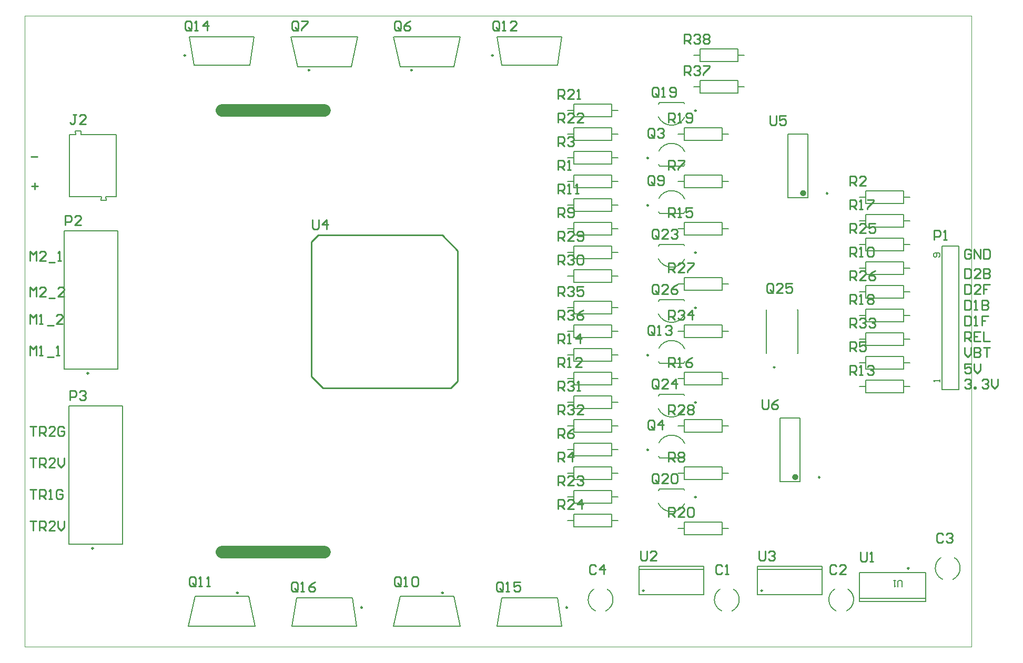
<source format=gto>
G04*
G04 #@! TF.GenerationSoftware,Altium Limited,Altium Designer,21.8.1 (53)*
G04*
G04 Layer_Color=65535*
%FSLAX43Y43*%
%MOMM*%
G71*
G04*
G04 #@! TF.SameCoordinates,43502BEE-6898-4BDF-A8F3-2E7845CCF1CD*
G04*
G04*
G04 #@! TF.FilePolarity,Positive*
G04*
G01*
G75*
%ADD10C,0.250*%
%ADD11C,0.500*%
%ADD12C,0.200*%
%ADD13C,0.100*%
%ADD14C,0.254*%
%ADD15C,0.152*%
%ADD16C,2.032*%
D10*
X34374Y8714D02*
G03*
X34374Y8714I-125J0D01*
G01*
X142364Y12659D02*
G03*
X142364Y12659I-125J0D01*
G01*
X118764Y9059D02*
G03*
X118764Y9059I-125J0D01*
G01*
X99714Y9059D02*
G03*
X99714Y9059I-125J0D01*
G01*
X128016Y27304D02*
G03*
X128016Y27304I-125J0D01*
G01*
X129286Y73024D02*
G03*
X129286Y73024I-125J0D01*
G01*
X108114Y54609D02*
G03*
X108114Y54609I-125J0D01*
G01*
X120774Y45049D02*
G03*
X120774Y45049I-125J0D01*
G01*
X108114Y39369D02*
G03*
X108114Y39369I-125J0D01*
G01*
Y63499D02*
G03*
X108114Y63499I-125J0D01*
G01*
Y24129D02*
G03*
X108114Y24129I-125J0D01*
G01*
Y86359D02*
G03*
X108114Y86359I-125J0D01*
G01*
X54359Y6349D02*
G03*
X54359Y6349I-125J0D01*
G01*
X87379D02*
G03*
X87379Y6349I-125J0D01*
G01*
X25899Y95249D02*
G03*
X25899Y95249I-125J0D01*
G01*
X100414Y46989D02*
G03*
X100414Y46989I-125J0D01*
G01*
X75429Y95249D02*
G03*
X75429Y95249I-125J0D01*
G01*
X67394Y8714D02*
G03*
X67394Y8714I-125J0D01*
G01*
X100414Y71119D02*
G03*
X100414Y71119I-125J0D01*
G01*
X45884Y92884D02*
G03*
X45884Y92884I-125J0D01*
G01*
X62394D02*
G03*
X62394Y92884I-125J0D01*
G01*
X100414Y31749D02*
G03*
X100414Y31749I-125J0D01*
G01*
Y78739D02*
G03*
X100414Y78739I-125J0D01*
G01*
X11046Y15875D02*
G03*
X11046Y15875I-125J0D01*
G01*
X10284Y44069D02*
G03*
X10284Y44069I-125J0D01*
G01*
D11*
X124288Y27349D02*
G03*
X124288Y27349I-250J0D01*
G01*
X125558Y73069D02*
G03*
X125558Y73069I-250J0D01*
G01*
D12*
X102010Y53615D02*
G03*
X106216Y53509I2129J994D01*
G01*
X102205Y55944D02*
G03*
X102010Y55603I1934J-1335D01*
G01*
X106216Y55709D02*
G03*
X106073Y55944I-2077J-1100D01*
G01*
X102010Y38375D02*
G03*
X106216Y38269I2129J994D01*
G01*
X102205Y40704D02*
G03*
X102010Y40363I1934J-1335D01*
G01*
X106216Y40469D02*
G03*
X106073Y40704I-2077J-1100D01*
G01*
X102010Y62505D02*
G03*
X106216Y62399I2129J994D01*
G01*
X102205Y64834D02*
G03*
X102010Y64493I1934J-1335D01*
G01*
X106216Y64599D02*
G03*
X106073Y64834I-2077J-1100D01*
G01*
X102010Y23135D02*
G03*
X106216Y23029I2129J994D01*
G01*
X102205Y25464D02*
G03*
X102010Y25123I1934J-1335D01*
G01*
X106216Y25229D02*
G03*
X106073Y25464I-2077J-1100D01*
G01*
X102010Y85365D02*
G03*
X106216Y85259I2129J994D01*
G01*
X102205Y87694D02*
G03*
X102010Y87353I1934J-1335D01*
G01*
X106216Y87459D02*
G03*
X106073Y87694I-2077J-1100D01*
G01*
X106269Y47983D02*
G03*
X102063Y48089I-2129J-994D01*
G01*
X106073Y45654D02*
G03*
X106269Y45995I-1934J1335D01*
G01*
X102062Y45890D02*
G03*
X102205Y45654I2077J1100D01*
G01*
X106269Y72113D02*
G03*
X102063Y72219I-2129J-994D01*
G01*
X106073Y69784D02*
G03*
X106269Y70125I-1934J1335D01*
G01*
X102062Y70020D02*
G03*
X102205Y69784I2077J1100D01*
G01*
X106269Y32743D02*
G03*
X102063Y32849I-2129J-994D01*
G01*
X106073Y30414D02*
G03*
X106269Y30755I-1934J1335D01*
G01*
X102062Y30650D02*
G03*
X102205Y30414I2077J1100D01*
G01*
X106269Y79733D02*
G03*
X102063Y79839I-2129J-994D01*
G01*
X106073Y77404D02*
G03*
X106269Y77745I-1934J1335D01*
G01*
X102062Y77640D02*
G03*
X102205Y77404I2077J1100D01*
G01*
X91634Y9306D02*
G03*
X91878Y5800I1075J-1687D01*
G01*
X93541D02*
G03*
X93784Y9306I-832J1819D01*
G01*
X147514Y14386D02*
G03*
X147758Y10880I1075J-1687D01*
G01*
X149421D02*
G03*
X149664Y14386I-832J1819D01*
G01*
X130369Y9306D02*
G03*
X130613Y5800I1075J-1687D01*
G01*
X132276D02*
G03*
X132519Y9306I-832J1819D01*
G01*
X111954D02*
G03*
X112198Y5800I1075J-1687D01*
G01*
X113861D02*
G03*
X114104Y9306I-832J1819D01*
G01*
X27449Y8154D02*
X36049D01*
X26374Y3324D02*
X27449Y8154D01*
X26424Y3324D02*
X37074D01*
X36049Y8154D02*
X37124Y3324D01*
X134349Y7809D02*
X145049D01*
X134349Y7309D02*
X145049D01*
X134349Y12009D02*
X145049D01*
Y7309D02*
Y12009D01*
X134349Y7309D02*
Y12009D01*
X117989Y12509D02*
X128389D01*
X117989Y8409D02*
Y13009D01*
Y8409D02*
X128389D01*
Y13009D01*
X117989D02*
X128389D01*
X98939Y12509D02*
X109339D01*
X98939Y8409D02*
Y13009D01*
Y8409D02*
X109339D01*
Y13009D01*
X98939D02*
X109339D01*
X147655Y64580D02*
X150345D01*
X147655Y41420D02*
Y64580D01*
Y41420D02*
X150345D01*
Y64580D01*
X94487Y39369D02*
X95503D01*
X87375D02*
X88391D01*
Y38353D02*
X94487D01*
Y40385D01*
X88391D02*
X94487D01*
X88391Y38353D02*
Y40385D01*
X134365Y41909D02*
X135381D01*
X141477D02*
X142493D01*
X135381Y42925D02*
X141477D01*
X135381Y40893D02*
Y42925D01*
Y40893D02*
X141477D01*
Y42925D01*
X105155Y67309D02*
X106171D01*
X112267D02*
X113283D01*
X106171Y68325D02*
X112267D01*
X106171Y66293D02*
Y68325D01*
Y66293D02*
X112267D01*
Y68325D01*
X94487Y71119D02*
X95503D01*
X87375D02*
X88391D01*
Y70103D02*
X94487D01*
Y72135D01*
X88391D02*
X94487D01*
X88391Y70103D02*
Y72135D01*
X134365Y60959D02*
X135381D01*
X141477D02*
X142493D01*
X135381Y61975D02*
X141477D01*
X135381Y59943D02*
Y61975D01*
Y59943D02*
X141477D01*
Y61975D01*
X87375Y43179D02*
X88391D01*
X94487D02*
X95503D01*
X88391Y44195D02*
X94487D01*
X88391Y42163D02*
Y44195D01*
Y42163D02*
X94487D01*
Y44195D01*
Y46989D02*
X95503D01*
X87375D02*
X88391D01*
Y45973D02*
X94487D01*
Y48005D01*
X88391D02*
X94487D01*
X88391Y45973D02*
Y48005D01*
X121590Y26599D02*
X124788D01*
X121590D02*
Y36899D01*
X124788D01*
Y26599D02*
Y36899D01*
X122860Y72319D02*
X126058D01*
X122860D02*
Y82619D01*
X126058D01*
Y72319D02*
Y82619D01*
X114807Y95249D02*
X115823D01*
X107695D02*
X108711D01*
Y94233D02*
X114807D01*
Y96265D01*
X108711D02*
X114807D01*
X108711Y94233D02*
Y96265D01*
X107695Y90169D02*
X108711D01*
X114807D02*
X115823D01*
X108711Y91185D02*
X114807D01*
X108711Y89153D02*
Y91185D01*
Y89153D02*
X114807D01*
Y91185D01*
X87375Y50799D02*
X88391D01*
X94487D02*
X95503D01*
X88391Y51815D02*
X94487D01*
X88391Y49783D02*
Y51815D01*
Y49783D02*
X94487D01*
Y51815D01*
Y54609D02*
X95503D01*
X87375D02*
X88391D01*
Y53593D02*
X94487D01*
Y55625D01*
X88391D02*
X94487D01*
X88391Y53593D02*
Y55625D01*
X105155Y50799D02*
X106171D01*
X112267D02*
X113283D01*
X106171Y51815D02*
X112267D01*
X106171Y49783D02*
Y51815D01*
Y49783D02*
X112267D01*
Y51815D01*
X134365Y49529D02*
X135381D01*
X141477D02*
X142493D01*
X135381Y50545D02*
X141477D01*
X135381Y48513D02*
Y50545D01*
Y48513D02*
X141477D01*
Y50545D01*
X87375Y35559D02*
X88391D01*
X94487D02*
X95503D01*
X88391Y36575D02*
X94487D01*
X88391Y34543D02*
Y36575D01*
Y34543D02*
X94487D01*
Y36575D01*
X87375Y59689D02*
X88391D01*
X94487D02*
X95503D01*
X88391Y60705D02*
X94487D01*
X88391Y58673D02*
Y60705D01*
Y58673D02*
X94487D01*
Y60705D01*
Y63499D02*
X95503D01*
X87375D02*
X88391D01*
Y62483D02*
X94487D01*
Y64515D01*
X88391D02*
X94487D01*
X88391Y62483D02*
Y64515D01*
X105155Y35559D02*
X106171D01*
X112267D02*
X113283D01*
X106171Y36575D02*
X112267D01*
X106171Y34543D02*
Y36575D01*
Y34543D02*
X112267D01*
Y36575D01*
X105155Y58419D02*
X106171D01*
X112267D02*
X113283D01*
X106171Y59435D02*
X112267D01*
X106171Y57403D02*
Y59435D01*
Y57403D02*
X112267D01*
Y59435D01*
X134365Y57149D02*
X135381D01*
X141477D02*
X142493D01*
X135381Y58165D02*
X141477D01*
X135381Y56133D02*
Y58165D01*
Y56133D02*
X141477D01*
Y58165D01*
X134365Y64769D02*
X135381D01*
X141477D02*
X142493D01*
X135381Y65785D02*
X141477D01*
X135381Y63753D02*
Y65785D01*
Y63753D02*
X141477D01*
Y65785D01*
X87375Y20319D02*
X88391D01*
X94487D02*
X95503D01*
X88391Y21335D02*
X94487D01*
X88391Y19303D02*
Y21335D01*
Y19303D02*
X94487D01*
Y21335D01*
Y24129D02*
X95503D01*
X87375D02*
X88391D01*
Y23113D02*
X94487D01*
Y25145D01*
X88391D02*
X94487D01*
X88391Y23113D02*
Y25145D01*
X87375Y82549D02*
X88391D01*
X94487D02*
X95503D01*
X88391Y83565D02*
X94487D01*
X88391Y81533D02*
Y83565D01*
Y81533D02*
X94487D01*
Y83565D01*
Y86359D02*
X95503D01*
X87375D02*
X88391D01*
Y85343D02*
X94487D01*
Y87375D01*
X88391D02*
X94487D01*
X88391Y85343D02*
Y87375D01*
X105155Y19049D02*
X106171D01*
X112267D02*
X113283D01*
X106171Y20065D02*
X112267D01*
X106171Y18033D02*
Y20065D01*
Y18033D02*
X112267D01*
Y20065D01*
X105155Y82549D02*
X106171D01*
X112267D02*
X113283D01*
X106171Y83565D02*
X112267D01*
X106171Y81533D02*
Y83565D01*
Y81533D02*
X112267D01*
Y83565D01*
X134365Y53339D02*
X135381D01*
X141477D02*
X142493D01*
X135381Y54355D02*
X141477D01*
X135381Y52323D02*
Y54355D01*
Y52323D02*
X141477D01*
Y54355D01*
X134365Y68579D02*
X135381D01*
X141477D02*
X142493D01*
X135381Y69595D02*
X141477D01*
X135381Y67563D02*
Y69595D01*
Y67563D02*
X141477D01*
Y69595D01*
X105155Y43179D02*
X106171D01*
X112267D02*
X113283D01*
X106171Y44195D02*
X112267D01*
X106171Y42163D02*
Y44195D01*
Y42163D02*
X112267D01*
Y44195D01*
X87375Y67309D02*
X88391D01*
X94487D02*
X95503D01*
X88391Y68325D02*
X94487D01*
X88391Y66293D02*
Y68325D01*
Y66293D02*
X94487D01*
Y68325D01*
X105155Y27939D02*
X106171D01*
X112267D02*
X113283D01*
X106171Y28955D02*
X112267D01*
X106171Y26923D02*
Y28955D01*
Y26923D02*
X112267D01*
Y28955D01*
X105155Y74929D02*
X106171D01*
X112267D02*
X113283D01*
X106171Y75945D02*
X112267D01*
X106171Y73913D02*
Y75945D01*
Y73913D02*
X112267D01*
Y75945D01*
X94487Y31749D02*
X95503D01*
X87375D02*
X88391D01*
Y30733D02*
X94487D01*
Y32765D01*
X88391D02*
X94487D01*
X88391Y30733D02*
Y32765D01*
X134365Y45719D02*
X135381D01*
X141477D02*
X142493D01*
X135381Y46735D02*
X141477D01*
X135381Y44703D02*
Y46735D01*
Y44703D02*
X141477D01*
Y46735D01*
X87375Y27939D02*
X88391D01*
X94487D02*
X95503D01*
X88391Y28955D02*
X94487D01*
X88391Y26923D02*
Y28955D01*
Y26923D02*
X94487D01*
Y28955D01*
Y78739D02*
X95503D01*
X87375D02*
X88391D01*
Y77723D02*
X94487D01*
Y79755D01*
X88391D02*
X94487D01*
X88391Y77723D02*
Y79755D01*
X134365Y72389D02*
X135381D01*
X141477D02*
X142493D01*
X135381Y73405D02*
X141477D01*
X135381Y71373D02*
Y73405D01*
Y71373D02*
X141477D01*
Y73405D01*
X87375Y74929D02*
X88391D01*
X94487D02*
X95503D01*
X88391Y75945D02*
X94487D01*
X88391Y73913D02*
Y75945D01*
Y73913D02*
X94487D01*
Y75945D01*
X102205Y55944D02*
X106073D01*
X119379Y47299D02*
Y54299D01*
X124414D02*
X124459D01*
X119379D02*
X119424D01*
X124459Y47299D02*
Y54299D01*
X124414Y47299D02*
X124459D01*
X119379D02*
X119424D01*
X102205Y40704D02*
X106073D01*
X102205Y64834D02*
X106073D01*
X102205Y25464D02*
X106073D01*
X102205Y87694D02*
X106073D01*
X43059Y3369D02*
X53459D01*
X52759Y7919D02*
X53459Y3369D01*
X43059D02*
X43759Y7919D01*
X52759D01*
X76079Y3369D02*
X86479D01*
X85779Y7919D02*
X86479Y3369D01*
X76079D02*
X76779Y7919D01*
X85779D01*
X26549Y98229D02*
X36949D01*
X26549D02*
X27249Y93679D01*
X36249D02*
X36949Y98229D01*
X27249Y93679D02*
X36249D01*
X102205Y45654D02*
X106073D01*
X76779Y93679D02*
X85779D01*
X86479Y98229D01*
X76079D02*
X76779Y93679D01*
X76079Y98229D02*
X86479D01*
X60469Y8154D02*
X69069D01*
X59394Y3324D02*
X60469Y8154D01*
X59444Y3324D02*
X70094D01*
X69069Y8154D02*
X70144Y3324D01*
X102205Y69784D02*
X106073D01*
X42884Y98274D02*
X43959Y93444D01*
X42934Y98274D02*
X53584D01*
X52559Y93444D02*
X53634Y98274D01*
X43959Y93444D02*
X52559D01*
X59394Y98274D02*
X60469Y93444D01*
X59444Y98274D02*
X70094D01*
X69069Y93444D02*
X70144Y98274D01*
X60469Y93444D02*
X69069D01*
X102205Y30414D02*
X106073D01*
X102205Y77404D02*
X106073D01*
X7121Y38845D02*
X15721D01*
Y16525D02*
Y38845D01*
X7121Y16525D02*
X15721D01*
X7121D02*
Y38845D01*
X6359Y67039D02*
X14959D01*
Y44719D02*
Y67039D01*
X6359Y44719D02*
X14959D01*
X6359D02*
Y67039D01*
X14729Y72509D02*
Y82509D01*
X12254Y71909D02*
X13104D01*
X12254D02*
X12329Y72509D01*
X13029D02*
X13104Y71909D01*
X13029Y72509D02*
X14729D01*
X7229D02*
Y82509D01*
Y72509D02*
X12329D01*
X8129Y83109D02*
X9079D01*
X8129D02*
X8179Y82509D01*
X9029D02*
X9079Y83109D01*
X7229Y82509D02*
X8179D01*
X9029D02*
X14729D01*
D13*
X-1Y-1D02*
Y101599D01*
X152399D01*
Y-1D02*
Y101599D01*
X-1Y-1D02*
X152399D01*
D14*
X69719Y62089D02*
Y63789D01*
X67219Y66289D02*
X69719Y63789D01*
X47219Y66289D02*
X67219D01*
X46119Y65189D02*
X47219Y66289D01*
X46119Y43589D02*
Y65189D01*
Y43589D02*
X48019Y41689D01*
X68619D01*
X69719Y42789D01*
Y43189D01*
Y62589D01*
X1143Y74168D02*
X2159D01*
X1651Y74676D02*
Y73660D01*
X1016Y78969D02*
X2032D01*
X152361Y45563D02*
X151345D01*
Y44801D01*
X151853Y45055D01*
X152107D01*
X152361Y44801D01*
Y44293D01*
X152107Y44039D01*
X151599D01*
X151345Y44293D01*
X152869Y45563D02*
Y44547D01*
X153377Y44039D01*
X153885Y44547D01*
Y45563D01*
X813Y62154D02*
Y63677D01*
X1321Y63169D01*
X1828Y63677D01*
Y62154D01*
X3352D02*
X2336D01*
X3352Y63169D01*
Y63423D01*
X3098Y63677D01*
X2590D01*
X2336Y63423D01*
X3860Y61900D02*
X4875D01*
X5383Y62154D02*
X5891D01*
X5637D01*
Y63677D01*
X5383Y63423D01*
X813Y56439D02*
Y57962D01*
X1321Y57454D01*
X1828Y57962D01*
Y56439D01*
X3352D02*
X2336D01*
X3352Y57454D01*
Y57708D01*
X3098Y57962D01*
X2590D01*
X2336Y57708D01*
X3860Y56185D02*
X4875D01*
X6399Y56439D02*
X5383D01*
X6399Y57454D01*
Y57708D01*
X6145Y57962D01*
X5637D01*
X5383Y57708D01*
X813Y51994D02*
Y53517D01*
X1321Y53009D01*
X1828Y53517D01*
Y51994D01*
X2336D02*
X2844D01*
X2590D01*
Y53517D01*
X2336Y53263D01*
X3606Y51740D02*
X4622D01*
X6145Y51994D02*
X5129D01*
X6145Y53009D01*
Y53263D01*
X5891Y53517D01*
X5383D01*
X5129Y53263D01*
X813Y46914D02*
Y48437D01*
X1321Y47929D01*
X1828Y48437D01*
Y46914D01*
X2336D02*
X2844D01*
X2590D01*
Y48437D01*
X2336Y48183D01*
X3606Y46660D02*
X4622D01*
X5129Y46914D02*
X5637D01*
X5383D01*
Y48437D01*
X5129Y48183D01*
X813Y35483D02*
X1828D01*
X1321D01*
Y33960D01*
X2336D02*
Y35483D01*
X3098D01*
X3352Y35229D01*
Y34722D01*
X3098Y34468D01*
X2336D01*
X2844D02*
X3352Y33960D01*
X4875D02*
X3860D01*
X4875Y34975D01*
Y35229D01*
X4622Y35483D01*
X4114D01*
X3860Y35229D01*
X6399D02*
X6145Y35483D01*
X5637D01*
X5383Y35229D01*
Y34214D01*
X5637Y33960D01*
X6145D01*
X6399Y34214D01*
Y34722D01*
X5891D01*
X813Y30403D02*
X1828D01*
X1321D01*
Y28880D01*
X2336D02*
Y30403D01*
X3098D01*
X3352Y30149D01*
Y29642D01*
X3098Y29388D01*
X2336D01*
X2844D02*
X3352Y28880D01*
X4875D02*
X3860D01*
X4875Y29895D01*
Y30149D01*
X4622Y30403D01*
X4114D01*
X3860Y30149D01*
X5383Y30403D02*
Y29388D01*
X5891Y28880D01*
X6399Y29388D01*
Y30403D01*
X813Y25323D02*
X1828D01*
X1321D01*
Y23800D01*
X2336D02*
Y25323D01*
X3098D01*
X3352Y25069D01*
Y24562D01*
X3098Y24308D01*
X2336D01*
X2844D02*
X3352Y23800D01*
X3860D02*
X4368D01*
X4114D01*
Y25323D01*
X3860Y25069D01*
X6145D02*
X5891Y25323D01*
X5383D01*
X5129Y25069D01*
Y24054D01*
X5383Y23800D01*
X5891D01*
X6145Y24054D01*
Y24562D01*
X5637D01*
X813Y20243D02*
X1828D01*
X1321D01*
Y18720D01*
X2336D02*
Y20243D01*
X3098D01*
X3352Y19989D01*
Y19482D01*
X3098Y19228D01*
X2336D01*
X2844D02*
X3352Y18720D01*
X4875D02*
X3860D01*
X4875Y19735D01*
Y19989D01*
X4622Y20243D01*
X4114D01*
X3860Y19989D01*
X5383Y20243D02*
Y19228D01*
X5891Y18720D01*
X6399Y19228D01*
Y20243D01*
X152323Y63804D02*
X152070Y64058D01*
X151562D01*
X151308Y63804D01*
Y62789D01*
X151562Y62535D01*
X152070D01*
X152323Y62789D01*
Y63297D01*
X151816D01*
X152831Y62535D02*
Y64058D01*
X153847Y62535D01*
Y64058D01*
X154355D02*
Y62535D01*
X155117D01*
X155370Y62789D01*
Y63804D01*
X155117Y64058D01*
X154355D01*
X151308Y60883D02*
Y59360D01*
X152070D01*
X152323Y59614D01*
Y60629D01*
X152070Y60883D01*
X151308D01*
X153847Y59360D02*
X152831D01*
X153847Y60375D01*
Y60629D01*
X153593Y60883D01*
X153085D01*
X152831Y60629D01*
X154355Y60883D02*
Y59360D01*
X155117D01*
X155370Y59614D01*
Y59868D01*
X155117Y60122D01*
X154355D01*
X155117D01*
X155370Y60375D01*
Y60629D01*
X155117Y60883D01*
X154355D01*
X151308Y58343D02*
Y56820D01*
X152070D01*
X152323Y57074D01*
Y58089D01*
X152070Y58343D01*
X151308D01*
X153847Y56820D02*
X152831D01*
X153847Y57835D01*
Y58089D01*
X153593Y58343D01*
X153085D01*
X152831Y58089D01*
X155370Y58343D02*
X154355D01*
Y57582D01*
X154863D01*
X154355D01*
Y56820D01*
X151308Y55803D02*
Y54280D01*
X152070D01*
X152323Y54534D01*
Y55549D01*
X152070Y55803D01*
X151308D01*
X152831Y54280D02*
X153339D01*
X153085D01*
Y55803D01*
X152831Y55549D01*
X154101Y55803D02*
Y54280D01*
X154863D01*
X155117Y54534D01*
Y54788D01*
X154863Y55042D01*
X154101D01*
X154863D01*
X155117Y55295D01*
Y55549D01*
X154863Y55803D01*
X154101D01*
X151308Y53263D02*
Y51740D01*
X152070D01*
X152323Y51994D01*
Y53009D01*
X152070Y53263D01*
X151308D01*
X152831Y51740D02*
X153339D01*
X153085D01*
Y53263D01*
X152831Y53009D01*
X155117Y53263D02*
X154101D01*
Y52502D01*
X154609D01*
X154101D01*
Y51740D01*
X151308Y49200D02*
Y50723D01*
X152070D01*
X152323Y50469D01*
Y49962D01*
X152070Y49708D01*
X151308D01*
X151816D02*
X152323Y49200D01*
X153847Y50723D02*
X152831D01*
Y49200D01*
X153847D01*
X152831Y49962D02*
X153339D01*
X154355Y50723D02*
Y49200D01*
X155370D01*
X151308Y48183D02*
Y47168D01*
X151816Y46660D01*
X152323Y47168D01*
Y48183D01*
X152831D02*
Y46660D01*
X153593D01*
X153847Y46914D01*
Y47168D01*
X153593Y47422D01*
X152831D01*
X153593D01*
X153847Y47675D01*
Y47929D01*
X153593Y48183D01*
X152831D01*
X154355D02*
X155370D01*
X154863D01*
Y46660D01*
X151308Y42849D02*
X151562Y43103D01*
X152070D01*
X152323Y42849D01*
Y42595D01*
X152070Y42342D01*
X151816D01*
X152070D01*
X152323Y42088D01*
Y41834D01*
X152070Y41580D01*
X151562D01*
X151308Y41834D01*
X152831Y41580D02*
Y41834D01*
X153085D01*
Y41580D01*
X152831D01*
X154101Y42849D02*
X154355Y43103D01*
X154863D01*
X155117Y42849D01*
Y42595D01*
X154863Y42342D01*
X154609D01*
X154863D01*
X155117Y42088D01*
Y41834D01*
X154863Y41580D01*
X154355D01*
X154101Y41834D01*
X155624Y43103D02*
Y42088D01*
X156132Y41580D01*
X156640Y42088D01*
Y43103D01*
X27506Y10031D02*
Y11047D01*
X27252Y11301D01*
X26745D01*
X26491Y11047D01*
Y10031D01*
X26745Y9777D01*
X27252D01*
X26998Y10285D02*
X27506Y9777D01*
X27252D02*
X27506Y10031D01*
X28014Y9777D02*
X28522D01*
X28268D01*
Y11301D01*
X28014Y11047D01*
X29284Y9777D02*
X29792D01*
X29538D01*
Y11301D01*
X29284Y11047D01*
X118185Y15441D02*
Y14172D01*
X118439Y13918D01*
X118946D01*
X119200Y14172D01*
Y15441D01*
X119708Y15187D02*
X119962Y15441D01*
X120470D01*
X120724Y15187D01*
Y14933D01*
X120470Y14679D01*
X120216D01*
X120470D01*
X120724Y14425D01*
Y14172D01*
X120470Y13918D01*
X119962D01*
X119708Y14172D01*
X99135Y15441D02*
Y14172D01*
X99389Y13918D01*
X99896D01*
X100150Y14172D01*
Y15441D01*
X101674Y13918D02*
X100658D01*
X101674Y14933D01*
Y15187D01*
X101420Y15441D01*
X100912D01*
X100658Y15187D01*
X134517Y15238D02*
Y13968D01*
X134771Y13714D01*
X135279D01*
X135532Y13968D01*
Y15238D01*
X136040Y13714D02*
X136548D01*
X136294D01*
Y15238D01*
X136040Y14984D01*
X118693Y39825D02*
Y38556D01*
X118947Y38302D01*
X119454D01*
X119708Y38556D01*
Y39825D01*
X121232D02*
X120724Y39571D01*
X120216Y39063D01*
Y38556D01*
X120470Y38302D01*
X120978D01*
X121232Y38556D01*
Y38809D01*
X120978Y39063D01*
X120216D01*
X119963Y85545D02*
Y84276D01*
X120217Y84022D01*
X120724D01*
X120978Y84276D01*
Y85545D01*
X122502D02*
X121486D01*
Y84783D01*
X121994Y85037D01*
X122248D01*
X122502Y84783D01*
Y84276D01*
X122248Y84022D01*
X121740D01*
X121486Y84276D01*
X46303Y68756D02*
Y67486D01*
X46557Y67232D01*
X47064D01*
X47318Y67486D01*
Y68756D01*
X48588Y67232D02*
Y68756D01*
X47826Y67994D01*
X48842D01*
X106170Y97179D02*
Y98702D01*
X106932D01*
X107186Y98448D01*
Y97941D01*
X106932Y97687D01*
X106170D01*
X106678D02*
X107186Y97179D01*
X107694Y98448D02*
X107948Y98702D01*
X108456D01*
X108710Y98448D01*
Y98194D01*
X108456Y97941D01*
X108202D01*
X108456D01*
X108710Y97687D01*
Y97433D01*
X108456Y97179D01*
X107948D01*
X107694Y97433D01*
X109217Y98448D02*
X109471Y98702D01*
X109979D01*
X110233Y98448D01*
Y98194D01*
X109979Y97941D01*
X110233Y97687D01*
Y97433D01*
X109979Y97179D01*
X109471D01*
X109217Y97433D01*
Y97687D01*
X109471Y97941D01*
X109217Y98194D01*
Y98448D01*
X109471Y97941D02*
X109979D01*
X106170Y92099D02*
Y93622D01*
X106932D01*
X107186Y93368D01*
Y92861D01*
X106932Y92607D01*
X106170D01*
X106678D02*
X107186Y92099D01*
X107694Y93368D02*
X107948Y93622D01*
X108456D01*
X108710Y93368D01*
Y93114D01*
X108456Y92861D01*
X108202D01*
X108456D01*
X108710Y92607D01*
Y92353D01*
X108456Y92099D01*
X107948D01*
X107694Y92353D01*
X109217Y93622D02*
X110233D01*
Y93368D01*
X109217Y92353D01*
Y92099D01*
X85850Y52729D02*
Y54252D01*
X86612D01*
X86866Y53998D01*
Y53491D01*
X86612Y53237D01*
X85850D01*
X86358D02*
X86866Y52729D01*
X87374Y53998D02*
X87628Y54252D01*
X88136D01*
X88390Y53998D01*
Y53744D01*
X88136Y53491D01*
X87882D01*
X88136D01*
X88390Y53237D01*
Y52983D01*
X88136Y52729D01*
X87628D01*
X87374Y52983D01*
X89913Y54252D02*
X89405Y53998D01*
X88897Y53491D01*
Y52983D01*
X89151Y52729D01*
X89659D01*
X89913Y52983D01*
Y53237D01*
X89659Y53491D01*
X88897D01*
X85850Y56539D02*
Y58062D01*
X86612D01*
X86866Y57808D01*
Y57301D01*
X86612Y57047D01*
X85850D01*
X86358D02*
X86866Y56539D01*
X87374Y57808D02*
X87628Y58062D01*
X88136D01*
X88390Y57808D01*
Y57554D01*
X88136Y57301D01*
X87882D01*
X88136D01*
X88390Y57047D01*
Y56793D01*
X88136Y56539D01*
X87628D01*
X87374Y56793D01*
X89913Y58062D02*
X88897D01*
Y57301D01*
X89405Y57554D01*
X89659D01*
X89913Y57301D01*
Y56793D01*
X89659Y56539D01*
X89151D01*
X88897Y56793D01*
X103630Y52729D02*
Y54252D01*
X104392D01*
X104646Y53998D01*
Y53491D01*
X104392Y53237D01*
X103630D01*
X104138D02*
X104646Y52729D01*
X105154Y53998D02*
X105408Y54252D01*
X105916D01*
X106170Y53998D01*
Y53744D01*
X105916Y53491D01*
X105662D01*
X105916D01*
X106170Y53237D01*
Y52983D01*
X105916Y52729D01*
X105408D01*
X105154Y52983D01*
X107439Y52729D02*
Y54252D01*
X106677Y53491D01*
X107693D01*
X132840Y51459D02*
Y52982D01*
X133602D01*
X133856Y52728D01*
Y52221D01*
X133602Y51967D01*
X132840D01*
X133348D02*
X133856Y51459D01*
X134364Y52728D02*
X134618Y52982D01*
X135126D01*
X135380Y52728D01*
Y52474D01*
X135126Y52221D01*
X134872D01*
X135126D01*
X135380Y51967D01*
Y51713D01*
X135126Y51459D01*
X134618D01*
X134364Y51713D01*
X135887Y52728D02*
X136141Y52982D01*
X136649D01*
X136903Y52728D01*
Y52474D01*
X136649Y52221D01*
X136395D01*
X136649D01*
X136903Y51967D01*
Y51713D01*
X136649Y51459D01*
X136141D01*
X135887Y51713D01*
X85850Y37489D02*
Y39012D01*
X86612D01*
X86866Y38758D01*
Y38251D01*
X86612Y37997D01*
X85850D01*
X86358D02*
X86866Y37489D01*
X87374Y38758D02*
X87628Y39012D01*
X88136D01*
X88390Y38758D01*
Y38504D01*
X88136Y38251D01*
X87882D01*
X88136D01*
X88390Y37997D01*
Y37743D01*
X88136Y37489D01*
X87628D01*
X87374Y37743D01*
X89913Y37489D02*
X88897D01*
X89913Y38504D01*
Y38758D01*
X89659Y39012D01*
X89151D01*
X88897Y38758D01*
X85850Y41299D02*
Y42822D01*
X86612D01*
X86866Y42568D01*
Y42061D01*
X86612Y41807D01*
X85850D01*
X86358D02*
X86866Y41299D01*
X87374Y42568D02*
X87628Y42822D01*
X88136D01*
X88390Y42568D01*
Y42314D01*
X88136Y42061D01*
X87882D01*
X88136D01*
X88390Y41807D01*
Y41553D01*
X88136Y41299D01*
X87628D01*
X87374Y41553D01*
X88897Y41299D02*
X89405D01*
X89151D01*
Y42822D01*
X88897Y42568D01*
X85850Y61619D02*
Y63142D01*
X86612D01*
X86866Y62888D01*
Y62381D01*
X86612Y62127D01*
X85850D01*
X86358D02*
X86866Y61619D01*
X87374Y62888D02*
X87628Y63142D01*
X88136D01*
X88390Y62888D01*
Y62634D01*
X88136Y62381D01*
X87882D01*
X88136D01*
X88390Y62127D01*
Y61873D01*
X88136Y61619D01*
X87628D01*
X87374Y61873D01*
X88897Y62888D02*
X89151Y63142D01*
X89659D01*
X89913Y62888D01*
Y61873D01*
X89659Y61619D01*
X89151D01*
X88897Y61873D01*
Y62888D01*
X85850Y65429D02*
Y66952D01*
X86612D01*
X86866Y66698D01*
Y66191D01*
X86612Y65937D01*
X85850D01*
X86358D02*
X86866Y65429D01*
X88390D02*
X87374D01*
X88390Y66444D01*
Y66698D01*
X88136Y66952D01*
X87628D01*
X87374Y66698D01*
X88897Y65683D02*
X89151Y65429D01*
X89659D01*
X89913Y65683D01*
Y66698D01*
X89659Y66952D01*
X89151D01*
X88897Y66698D01*
Y66444D01*
X89151Y66191D01*
X89913D01*
X103630Y37489D02*
Y39012D01*
X104392D01*
X104646Y38758D01*
Y38251D01*
X104392Y37997D01*
X103630D01*
X104138D02*
X104646Y37489D01*
X106170D02*
X105154D01*
X106170Y38504D01*
Y38758D01*
X105916Y39012D01*
X105408D01*
X105154Y38758D01*
X106677D02*
X106931Y39012D01*
X107439D01*
X107693Y38758D01*
Y38504D01*
X107439Y38251D01*
X107693Y37997D01*
Y37743D01*
X107439Y37489D01*
X106931D01*
X106677Y37743D01*
Y37997D01*
X106931Y38251D01*
X106677Y38504D01*
Y38758D01*
X106931Y38251D02*
X107439D01*
X103630Y60349D02*
Y61872D01*
X104392D01*
X104646Y61618D01*
Y61111D01*
X104392Y60857D01*
X103630D01*
X104138D02*
X104646Y60349D01*
X106170D02*
X105154D01*
X106170Y61364D01*
Y61618D01*
X105916Y61872D01*
X105408D01*
X105154Y61618D01*
X106677Y61872D02*
X107693D01*
Y61618D01*
X106677Y60603D01*
Y60349D01*
X132840Y59079D02*
Y60602D01*
X133602D01*
X133856Y60348D01*
Y59841D01*
X133602Y59587D01*
X132840D01*
X133348D02*
X133856Y59079D01*
X135380D02*
X134364D01*
X135380Y60094D01*
Y60348D01*
X135126Y60602D01*
X134618D01*
X134364Y60348D01*
X136903Y60602D02*
X136395Y60348D01*
X135887Y59841D01*
Y59333D01*
X136141Y59079D01*
X136649D01*
X136903Y59333D01*
Y59587D01*
X136649Y59841D01*
X135887D01*
X132840Y66699D02*
Y68222D01*
X133602D01*
X133856Y67968D01*
Y67461D01*
X133602Y67207D01*
X132840D01*
X133348D02*
X133856Y66699D01*
X135380D02*
X134364D01*
X135380Y67714D01*
Y67968D01*
X135126Y68222D01*
X134618D01*
X134364Y67968D01*
X136903Y68222D02*
X135887D01*
Y67461D01*
X136395Y67714D01*
X136649D01*
X136903Y67461D01*
Y66953D01*
X136649Y66699D01*
X136141D01*
X135887Y66953D01*
X85850Y22249D02*
Y23772D01*
X86612D01*
X86866Y23518D01*
Y23011D01*
X86612Y22757D01*
X85850D01*
X86358D02*
X86866Y22249D01*
X88390D02*
X87374D01*
X88390Y23264D01*
Y23518D01*
X88136Y23772D01*
X87628D01*
X87374Y23518D01*
X89659Y22249D02*
Y23772D01*
X88897Y23011D01*
X89913D01*
X85850Y26059D02*
Y27582D01*
X86612D01*
X86866Y27328D01*
Y26821D01*
X86612Y26567D01*
X85850D01*
X86358D02*
X86866Y26059D01*
X88390D02*
X87374D01*
X88390Y27074D01*
Y27328D01*
X88136Y27582D01*
X87628D01*
X87374Y27328D01*
X88897D02*
X89151Y27582D01*
X89659D01*
X89913Y27328D01*
Y27074D01*
X89659Y26821D01*
X89405D01*
X89659D01*
X89913Y26567D01*
Y26313D01*
X89659Y26059D01*
X89151D01*
X88897Y26313D01*
X85850Y84479D02*
Y86002D01*
X86612D01*
X86866Y85748D01*
Y85241D01*
X86612Y84987D01*
X85850D01*
X86358D02*
X86866Y84479D01*
X88390D02*
X87374D01*
X88390Y85494D01*
Y85748D01*
X88136Y86002D01*
X87628D01*
X87374Y85748D01*
X89913Y84479D02*
X88897D01*
X89913Y85494D01*
Y85748D01*
X89659Y86002D01*
X89151D01*
X88897Y85748D01*
X85850Y88289D02*
Y89812D01*
X86612D01*
X86866Y89558D01*
Y89051D01*
X86612Y88797D01*
X85850D01*
X86358D02*
X86866Y88289D01*
X88390D02*
X87374D01*
X88390Y89304D01*
Y89558D01*
X88136Y89812D01*
X87628D01*
X87374Y89558D01*
X88897Y88289D02*
X89405D01*
X89151D01*
Y89812D01*
X88897Y89558D01*
X103630Y20979D02*
Y22502D01*
X104392D01*
X104646Y22248D01*
Y21741D01*
X104392Y21487D01*
X103630D01*
X104138D02*
X104646Y20979D01*
X106170D02*
X105154D01*
X106170Y21994D01*
Y22248D01*
X105916Y22502D01*
X105408D01*
X105154Y22248D01*
X106677D02*
X106931Y22502D01*
X107439D01*
X107693Y22248D01*
Y21233D01*
X107439Y20979D01*
X106931D01*
X106677Y21233D01*
Y22248D01*
X103630Y84479D02*
Y86002D01*
X104392D01*
X104646Y85748D01*
Y85241D01*
X104392Y84987D01*
X103630D01*
X104138D02*
X104646Y84479D01*
X105154D02*
X105662D01*
X105408D01*
Y86002D01*
X105154Y85748D01*
X106424Y84733D02*
X106677Y84479D01*
X107185D01*
X107439Y84733D01*
Y85748D01*
X107185Y86002D01*
X106677D01*
X106424Y85748D01*
Y85494D01*
X106677Y85241D01*
X107439D01*
X132840Y55269D02*
Y56792D01*
X133602D01*
X133856Y56538D01*
Y56031D01*
X133602Y55777D01*
X132840D01*
X133348D02*
X133856Y55269D01*
X134364D02*
X134872D01*
X134618D01*
Y56792D01*
X134364Y56538D01*
X135633D02*
X135887Y56792D01*
X136395D01*
X136649Y56538D01*
Y56284D01*
X136395Y56031D01*
X136649Y55777D01*
Y55523D01*
X136395Y55269D01*
X135887D01*
X135633Y55523D01*
Y55777D01*
X135887Y56031D01*
X135633Y56284D01*
Y56538D01*
X135887Y56031D02*
X136395D01*
X132840Y70509D02*
Y72032D01*
X133602D01*
X133856Y71778D01*
Y71271D01*
X133602Y71017D01*
X132840D01*
X133348D02*
X133856Y70509D01*
X134364D02*
X134872D01*
X134618D01*
Y72032D01*
X134364Y71778D01*
X135633Y72032D02*
X136649D01*
Y71778D01*
X135633Y70763D01*
Y70509D01*
X103630Y45109D02*
Y46632D01*
X104392D01*
X104646Y46378D01*
Y45871D01*
X104392Y45617D01*
X103630D01*
X104138D02*
X104646Y45109D01*
X105154D02*
X105662D01*
X105408D01*
Y46632D01*
X105154Y46378D01*
X107439Y46632D02*
X106931Y46378D01*
X106424Y45871D01*
Y45363D01*
X106677Y45109D01*
X107185D01*
X107439Y45363D01*
Y45617D01*
X107185Y45871D01*
X106424D01*
X103630Y69239D02*
Y70762D01*
X104392D01*
X104646Y70508D01*
Y70001D01*
X104392Y69747D01*
X103630D01*
X104138D02*
X104646Y69239D01*
X105154D02*
X105662D01*
X105408D01*
Y70762D01*
X105154Y70508D01*
X107439Y70762D02*
X106424D01*
Y70001D01*
X106931Y70254D01*
X107185D01*
X107439Y70001D01*
Y69493D01*
X107185Y69239D01*
X106677D01*
X106424Y69493D01*
X85850Y48919D02*
Y50442D01*
X86612D01*
X86866Y50188D01*
Y49681D01*
X86612Y49427D01*
X85850D01*
X86358D02*
X86866Y48919D01*
X87374D02*
X87882D01*
X87628D01*
Y50442D01*
X87374Y50188D01*
X89405Y48919D02*
Y50442D01*
X88644Y49681D01*
X89659D01*
X132840Y43839D02*
Y45362D01*
X133602D01*
X133856Y45108D01*
Y44601D01*
X133602Y44347D01*
X132840D01*
X133348D02*
X133856Y43839D01*
X134364D02*
X134872D01*
X134618D01*
Y45362D01*
X134364Y45108D01*
X135633D02*
X135887Y45362D01*
X136395D01*
X136649Y45108D01*
Y44854D01*
X136395Y44601D01*
X136141D01*
X136395D01*
X136649Y44347D01*
Y44093D01*
X136395Y43839D01*
X135887D01*
X135633Y44093D01*
X85850Y45109D02*
Y46632D01*
X86612D01*
X86866Y46378D01*
Y45871D01*
X86612Y45617D01*
X85850D01*
X86358D02*
X86866Y45109D01*
X87374D02*
X87882D01*
X87628D01*
Y46632D01*
X87374Y46378D01*
X89659Y45109D02*
X88644D01*
X89659Y46124D01*
Y46378D01*
X89405Y46632D01*
X88897D01*
X88644Y46378D01*
X85850Y73049D02*
Y74572D01*
X86612D01*
X86866Y74318D01*
Y73811D01*
X86612Y73557D01*
X85850D01*
X86358D02*
X86866Y73049D01*
X87374D02*
X87882D01*
X87628D01*
Y74572D01*
X87374Y74318D01*
X88644Y73049D02*
X89151D01*
X88897D01*
Y74572D01*
X88644Y74318D01*
X132840Y62889D02*
Y64412D01*
X133602D01*
X133856Y64158D01*
Y63651D01*
X133602Y63397D01*
X132840D01*
X133348D02*
X133856Y62889D01*
X134364D02*
X134872D01*
X134618D01*
Y64412D01*
X134364Y64158D01*
X135633D02*
X135887Y64412D01*
X136395D01*
X136649Y64158D01*
Y63143D01*
X136395Y62889D01*
X135887D01*
X135633Y63143D01*
Y64158D01*
X85850Y69239D02*
Y70762D01*
X86612D01*
X86866Y70508D01*
Y70001D01*
X86612Y69747D01*
X85850D01*
X86358D02*
X86866Y69239D01*
X87374Y69493D02*
X87628Y69239D01*
X88136D01*
X88390Y69493D01*
Y70508D01*
X88136Y70762D01*
X87628D01*
X87374Y70508D01*
Y70254D01*
X87628Y70001D01*
X88390D01*
X103630Y29869D02*
Y31392D01*
X104392D01*
X104646Y31138D01*
Y30631D01*
X104392Y30377D01*
X103630D01*
X104138D02*
X104646Y29869D01*
X105154Y31138D02*
X105408Y31392D01*
X105916D01*
X106170Y31138D01*
Y30884D01*
X105916Y30631D01*
X106170Y30377D01*
Y30123D01*
X105916Y29869D01*
X105408D01*
X105154Y30123D01*
Y30377D01*
X105408Y30631D01*
X105154Y30884D01*
Y31138D01*
X105408Y30631D02*
X105916D01*
X103630Y76859D02*
Y78382D01*
X104392D01*
X104646Y78128D01*
Y77621D01*
X104392Y77367D01*
X103630D01*
X104138D02*
X104646Y76859D01*
X105154Y78382D02*
X106170D01*
Y78128D01*
X105154Y77113D01*
Y76859D01*
X85850Y33679D02*
Y35202D01*
X86612D01*
X86866Y34948D01*
Y34441D01*
X86612Y34187D01*
X85850D01*
X86358D02*
X86866Y33679D01*
X88390Y35202D02*
X87882Y34948D01*
X87374Y34441D01*
Y33933D01*
X87628Y33679D01*
X88136D01*
X88390Y33933D01*
Y34187D01*
X88136Y34441D01*
X87374D01*
X132840Y47649D02*
Y49172D01*
X133602D01*
X133856Y48918D01*
Y48411D01*
X133602Y48157D01*
X132840D01*
X133348D02*
X133856Y47649D01*
X135380Y49172D02*
X134364D01*
Y48411D01*
X134872Y48664D01*
X135126D01*
X135380Y48411D01*
Y47903D01*
X135126Y47649D01*
X134618D01*
X134364Y47903D01*
X85850Y29869D02*
Y31392D01*
X86612D01*
X86866Y31138D01*
Y30631D01*
X86612Y30377D01*
X85850D01*
X86358D02*
X86866Y29869D01*
X88136D02*
Y31392D01*
X87374Y30631D01*
X88390D01*
X85850Y80669D02*
Y82192D01*
X86612D01*
X86866Y81938D01*
Y81431D01*
X86612Y81177D01*
X85850D01*
X86358D02*
X86866Y80669D01*
X87374Y81938D02*
X87628Y82192D01*
X88136D01*
X88390Y81938D01*
Y81684D01*
X88136Y81431D01*
X87882D01*
X88136D01*
X88390Y81177D01*
Y80923D01*
X88136Y80669D01*
X87628D01*
X87374Y80923D01*
X132840Y74319D02*
Y75842D01*
X133602D01*
X133856Y75588D01*
Y75081D01*
X133602Y74827D01*
X132840D01*
X133348D02*
X133856Y74319D01*
X135380D02*
X134364D01*
X135380Y75334D01*
Y75588D01*
X135126Y75842D01*
X134618D01*
X134364Y75588D01*
X85850Y76859D02*
Y78382D01*
X86612D01*
X86866Y78128D01*
Y77621D01*
X86612Y77367D01*
X85850D01*
X86358D02*
X86866Y76859D01*
X87374D02*
X87882D01*
X87628D01*
Y78382D01*
X87374Y78128D01*
X102030Y57123D02*
Y58139D01*
X101776Y58393D01*
X101268D01*
X101014Y58139D01*
Y57123D01*
X101268Y56869D01*
X101776D01*
X101522Y57377D02*
X102030Y56869D01*
X101776D02*
X102030Y57123D01*
X103553Y56869D02*
X102538D01*
X103553Y57885D01*
Y58139D01*
X103299Y58393D01*
X102792D01*
X102538Y58139D01*
X105077Y58393D02*
X104569Y58139D01*
X104061Y57631D01*
Y57123D01*
X104315Y56869D01*
X104823D01*
X105077Y57123D01*
Y57377D01*
X104823Y57631D01*
X104061D01*
X120496Y57275D02*
Y58291D01*
X120242Y58545D01*
X119734D01*
X119480Y58291D01*
Y57275D01*
X119734Y57021D01*
X120242D01*
X119988Y57529D02*
X120496Y57021D01*
X120242D02*
X120496Y57275D01*
X122019Y57021D02*
X121004D01*
X122019Y58037D01*
Y58291D01*
X121765Y58545D01*
X121257D01*
X121004Y58291D01*
X123543Y58545D02*
X122527D01*
Y57783D01*
X123035Y58037D01*
X123289D01*
X123543Y57783D01*
Y57275D01*
X123289Y57021D01*
X122781D01*
X122527Y57275D01*
X102030Y41883D02*
Y42899D01*
X101776Y43153D01*
X101268D01*
X101014Y42899D01*
Y41883D01*
X101268Y41629D01*
X101776D01*
X101522Y42137D02*
X102030Y41629D01*
X101776D02*
X102030Y41883D01*
X103553Y41629D02*
X102538D01*
X103553Y42645D01*
Y42899D01*
X103299Y43153D01*
X102792D01*
X102538Y42899D01*
X104823Y41629D02*
Y43153D01*
X104061Y42391D01*
X105077D01*
X102030Y66013D02*
Y67029D01*
X101776Y67283D01*
X101268D01*
X101014Y67029D01*
Y66013D01*
X101268Y65759D01*
X101776D01*
X101522Y66267D02*
X102030Y65759D01*
X101776D02*
X102030Y66013D01*
X103553Y65759D02*
X102538D01*
X103553Y66775D01*
Y67029D01*
X103299Y67283D01*
X102792D01*
X102538Y67029D01*
X104061D02*
X104315Y67283D01*
X104823D01*
X105077Y67029D01*
Y66775D01*
X104823Y66521D01*
X104569D01*
X104823D01*
X105077Y66267D01*
Y66013D01*
X104823Y65759D01*
X104315D01*
X104061Y66013D01*
X102030Y26643D02*
Y27659D01*
X101776Y27913D01*
X101268D01*
X101014Y27659D01*
Y26643D01*
X101268Y26389D01*
X101776D01*
X101522Y26897D02*
X102030Y26389D01*
X101776D02*
X102030Y26643D01*
X103553Y26389D02*
X102538D01*
X103553Y27405D01*
Y27659D01*
X103299Y27913D01*
X102792D01*
X102538Y27659D01*
X104061D02*
X104315Y27913D01*
X104823D01*
X105077Y27659D01*
Y26643D01*
X104823Y26389D01*
X104315D01*
X104061Y26643D01*
Y27659D01*
X102030Y88873D02*
Y89889D01*
X101776Y90143D01*
X101268D01*
X101014Y89889D01*
Y88873D01*
X101268Y88619D01*
X101776D01*
X101522Y89127D02*
X102030Y88619D01*
X101776D02*
X102030Y88873D01*
X102538Y88619D02*
X103046D01*
X102792D01*
Y90143D01*
X102538Y89889D01*
X103807Y88873D02*
X104061Y88619D01*
X104569D01*
X104823Y88873D01*
Y89889D01*
X104569Y90143D01*
X104061D01*
X103807Y89889D01*
Y89635D01*
X104061Y89381D01*
X104823D01*
X43940Y9193D02*
Y10209D01*
X43686Y10463D01*
X43178D01*
X42924Y10209D01*
Y9193D01*
X43178Y8939D01*
X43686D01*
X43432Y9447D02*
X43940Y8939D01*
X43686D02*
X43940Y9193D01*
X44448Y8939D02*
X44956D01*
X44702D01*
Y10463D01*
X44448Y10209D01*
X46733Y10463D02*
X46225Y10209D01*
X45717Y9701D01*
Y9193D01*
X45971Y8939D01*
X46479D01*
X46733Y9193D01*
Y9447D01*
X46479Y9701D01*
X45717D01*
X76960Y9193D02*
Y10209D01*
X76706Y10463D01*
X76198D01*
X75944Y10209D01*
Y9193D01*
X76198Y8939D01*
X76706D01*
X76452Y9447D02*
X76960Y8939D01*
X76706D02*
X76960Y9193D01*
X77468Y8939D02*
X77976D01*
X77722D01*
Y10463D01*
X77468Y10209D01*
X79753Y10463D02*
X78738D01*
Y9701D01*
X79245Y9955D01*
X79499D01*
X79753Y9701D01*
Y9193D01*
X79499Y8939D01*
X78991D01*
X78738Y9193D01*
X26846Y99490D02*
Y100506D01*
X26592Y100760D01*
X26084D01*
X25830Y100506D01*
Y99490D01*
X26084Y99236D01*
X26592D01*
X26338Y99744D02*
X26846Y99236D01*
X26592D02*
X26846Y99490D01*
X27354Y99236D02*
X27862D01*
X27608D01*
Y100760D01*
X27354Y100506D01*
X29385Y99236D02*
Y100760D01*
X28623Y99998D01*
X29639D01*
X101369Y50519D02*
Y51535D01*
X101116Y51789D01*
X100608D01*
X100354Y51535D01*
Y50519D01*
X100608Y50265D01*
X101116D01*
X100862Y50773D02*
X101369Y50265D01*
X101116D02*
X101369Y50519D01*
X101877Y50265D02*
X102385D01*
X102131D01*
Y51789D01*
X101877Y51535D01*
X103147D02*
X103401Y51789D01*
X103909D01*
X104163Y51535D01*
Y51281D01*
X103909Y51027D01*
X103655D01*
X103909D01*
X104163Y50773D01*
Y50519D01*
X103909Y50265D01*
X103401D01*
X103147Y50519D01*
X76376Y99490D02*
Y100506D01*
X76122Y100760D01*
X75614D01*
X75360Y100506D01*
Y99490D01*
X75614Y99236D01*
X76122D01*
X75868Y99744D02*
X76376Y99236D01*
X76122D02*
X76376Y99490D01*
X76884Y99236D02*
X77392D01*
X77138D01*
Y100760D01*
X76884Y100506D01*
X79169Y99236D02*
X78153D01*
X79169Y100252D01*
Y100506D01*
X78915Y100760D01*
X78407D01*
X78153Y100506D01*
X60526Y10031D02*
Y11047D01*
X60272Y11301D01*
X59765D01*
X59511Y11047D01*
Y10031D01*
X59765Y9777D01*
X60272D01*
X60018Y10285D02*
X60526Y9777D01*
X60272D02*
X60526Y10031D01*
X61034Y9777D02*
X61542D01*
X61288D01*
Y11301D01*
X61034Y11047D01*
X62304D02*
X62558Y11301D01*
X63065D01*
X63319Y11047D01*
Y10031D01*
X63065Y9777D01*
X62558D01*
X62304Y10031D01*
Y11047D01*
X101369Y74649D02*
Y75665D01*
X101116Y75919D01*
X100608D01*
X100354Y75665D01*
Y74649D01*
X100608Y74395D01*
X101116D01*
X100862Y74903D02*
X101369Y74395D01*
X101116D02*
X101369Y74649D01*
X101877D02*
X102131Y74395D01*
X102639D01*
X102893Y74649D01*
Y75665D01*
X102639Y75919D01*
X102131D01*
X101877Y75665D01*
Y75411D01*
X102131Y75157D01*
X102893D01*
X44016Y99541D02*
Y100557D01*
X43762Y100811D01*
X43255D01*
X43001Y100557D01*
Y99541D01*
X43255Y99287D01*
X43762D01*
X43508Y99795D02*
X44016Y99287D01*
X43762D02*
X44016Y99541D01*
X44524Y100811D02*
X45540D01*
Y100557D01*
X44524Y99541D01*
Y99287D01*
X60526Y99541D02*
Y100557D01*
X60272Y100811D01*
X59765D01*
X59511Y100557D01*
Y99541D01*
X59765Y99287D01*
X60272D01*
X60018Y99795D02*
X60526Y99287D01*
X60272D02*
X60526Y99541D01*
X62050Y100811D02*
X61542Y100557D01*
X61034Y100049D01*
Y99541D01*
X61288Y99287D01*
X61796D01*
X62050Y99541D01*
Y99795D01*
X61796Y100049D01*
X61034D01*
X101369Y35279D02*
Y36295D01*
X101116Y36549D01*
X100608D01*
X100354Y36295D01*
Y35279D01*
X100608Y35025D01*
X101116D01*
X100862Y35533D02*
X101369Y35025D01*
X101116D02*
X101369Y35279D01*
X102639Y35025D02*
Y36549D01*
X101877Y35787D01*
X102893D01*
X101369Y82269D02*
Y83285D01*
X101116Y83539D01*
X100608D01*
X100354Y83285D01*
Y82269D01*
X100608Y82015D01*
X101116D01*
X100862Y82523D02*
X101369Y82015D01*
X101116D02*
X101369Y82269D01*
X101877Y83285D02*
X102131Y83539D01*
X102639D01*
X102893Y83285D01*
Y83031D01*
X102639Y82777D01*
X102385D01*
X102639D01*
X102893Y82523D01*
Y82269D01*
X102639Y82015D01*
X102131D01*
X101877Y82269D01*
X7288Y39775D02*
Y41298D01*
X8050D01*
X8304Y41044D01*
Y40537D01*
X8050Y40283D01*
X7288D01*
X8812Y41044D02*
X9066Y41298D01*
X9573D01*
X9827Y41044D01*
Y40790D01*
X9573Y40537D01*
X9320D01*
X9573D01*
X9827Y40283D01*
Y40029D01*
X9573Y39775D01*
X9066D01*
X8812Y40029D01*
X6526Y67969D02*
Y69492D01*
X7288D01*
X7542Y69238D01*
Y68731D01*
X7288Y68477D01*
X6526D01*
X9065Y67969D02*
X8050D01*
X9065Y68984D01*
Y69238D01*
X8811Y69492D01*
X8304D01*
X8050Y69238D01*
X146380Y65557D02*
Y67081D01*
X147142D01*
X147396Y66827D01*
Y66319D01*
X147142Y66065D01*
X146380D01*
X147904Y65557D02*
X148412D01*
X148158D01*
Y67081D01*
X147904Y66827D01*
X8329Y85672D02*
X7821D01*
X8075D01*
Y84403D01*
X7821Y84149D01*
X7568D01*
X7314Y84403D01*
X9853Y84149D02*
X8837D01*
X9853Y85164D01*
Y85418D01*
X9599Y85672D01*
X9091D01*
X8837Y85418D01*
X91921Y12977D02*
X91667Y13231D01*
X91159D01*
X90905Y12977D01*
Y11962D01*
X91159Y11708D01*
X91667D01*
X91921Y11962D01*
X93190Y11708D02*
Y13231D01*
X92429Y12470D01*
X93444D01*
X147801Y18057D02*
X147547Y18311D01*
X147039D01*
X146785Y18057D01*
Y17042D01*
X147039Y16788D01*
X147547D01*
X147801Y17042D01*
X148309Y18057D02*
X148562Y18311D01*
X149070D01*
X149324Y18057D01*
Y17803D01*
X149070Y17550D01*
X148816D01*
X149070D01*
X149324Y17296D01*
Y17042D01*
X149070Y16788D01*
X148562D01*
X148309Y17042D01*
X130656Y12977D02*
X130402Y13231D01*
X129894D01*
X129640Y12977D01*
Y11962D01*
X129894Y11708D01*
X130402D01*
X130656Y11962D01*
X132179Y11708D02*
X131164D01*
X132179Y12723D01*
Y12977D01*
X131925Y13231D01*
X131417D01*
X131164Y12977D01*
X112241D02*
X111987Y13231D01*
X111479D01*
X111225Y12977D01*
Y11962D01*
X111479Y11708D01*
X111987D01*
X112241Y11962D01*
X112749Y11708D02*
X113256D01*
X113002D01*
Y13231D01*
X112749Y12977D01*
D15*
X147131Y62780D02*
X147300Y62949D01*
Y63288D01*
X147131Y63457D01*
X146454D01*
X146284Y63288D01*
Y62949D01*
X146454Y62780D01*
X146623D01*
X146792Y62949D01*
Y63457D01*
X147300Y42720D02*
Y43059D01*
Y42889D01*
X146284D01*
X146454Y42720D01*
X141223Y9652D02*
Y10498D01*
X141054Y10667D01*
X140715D01*
X140546Y10498D01*
Y9652D01*
X140208Y10667D02*
X139869D01*
X140038D01*
Y9652D01*
X140208Y9821D01*
D16*
X31749Y86359D02*
X48259D01*
X31749Y15239D02*
X48259D01*
M02*

</source>
